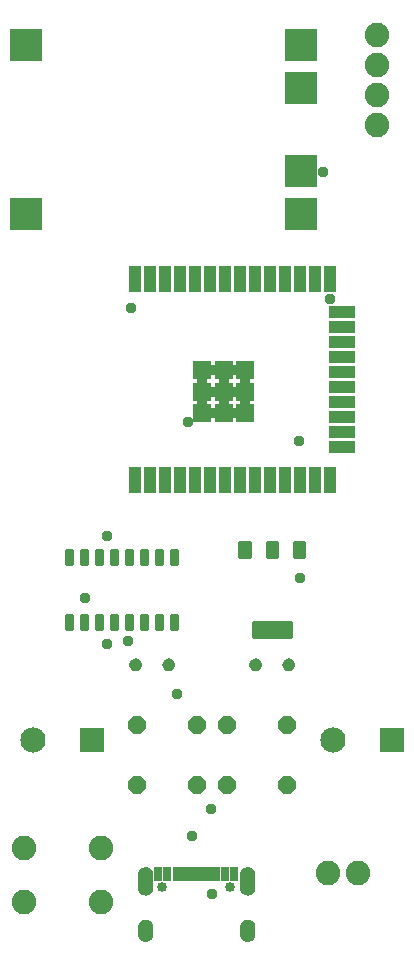
<source format=gts>
G75*
%MOIN*%
%OFA0B0*%
%FSLAX25Y25*%
%IPPOS*%
%LPD*%
%AMOC8*
5,1,8,0,0,1.08239X$1,22.5*
%
%ADD10C,0.08400*%
%ADD11R,0.08400X0.08400*%
%ADD12C,0.00500*%
%ADD13C,0.08200*%
%ADD14R,0.01981X0.04737*%
%ADD15R,0.03162X0.04737*%
%ADD16C,0.03359*%
%ADD17C,0.00039*%
%ADD18OC8,0.06000*%
%ADD19R,0.10800X0.10800*%
%ADD20C,0.01426*%
%ADD21R,0.04343X0.08674*%
%ADD22R,0.08674X0.04343*%
%ADD23R,0.06036X0.06036*%
%ADD24C,0.03587*%
%ADD25C,0.01338*%
%ADD26C,0.01549*%
%ADD27C,0.03778*%
D10*
X0024667Y0077020D03*
X0124667Y0077020D03*
D11*
X0144353Y0077020D03*
X0044353Y0077020D03*
D12*
X0058234Y0100442D02*
X0057905Y0100638D01*
X0057628Y0100902D01*
X0057417Y0101222D01*
X0057282Y0101580D01*
X0057230Y0101960D01*
X0057265Y0102360D01*
X0057388Y0102743D01*
X0057594Y0103089D01*
X0057871Y0103380D01*
X0058206Y0103602D01*
X0058582Y0103745D01*
X0058980Y0103800D01*
X0059373Y0103748D01*
X0059745Y0103611D01*
X0060077Y0103395D01*
X0060352Y0103110D01*
X0060558Y0102771D01*
X0060682Y0102394D01*
X0060720Y0102000D01*
X0060673Y0101616D01*
X0060543Y0101253D01*
X0060334Y0100928D01*
X0060059Y0100657D01*
X0059730Y0100454D01*
X0059364Y0100330D01*
X0058980Y0100290D01*
X0058599Y0100324D01*
X0058234Y0100442D01*
X0057782Y0100755D02*
X0060159Y0100755D01*
X0060543Y0101254D02*
X0057405Y0101254D01*
X0057258Y0101752D02*
X0060690Y0101752D01*
X0060696Y0102251D02*
X0057255Y0102251D01*
X0057392Y0102749D02*
X0060565Y0102749D01*
X0060219Y0103248D02*
X0057745Y0103248D01*
X0058593Y0103746D02*
X0059380Y0103746D01*
X0068285Y0102360D02*
X0068408Y0102743D01*
X0068614Y0103089D01*
X0068891Y0103380D01*
X0069226Y0103602D01*
X0069602Y0103745D01*
X0070000Y0103800D01*
X0070393Y0103748D01*
X0070765Y0103611D01*
X0071097Y0103395D01*
X0071372Y0103110D01*
X0071578Y0102771D01*
X0071702Y0102394D01*
X0071740Y0102000D01*
X0071693Y0101616D01*
X0071563Y0101253D01*
X0071354Y0100928D01*
X0071079Y0100657D01*
X0070750Y0100454D01*
X0070384Y0100330D01*
X0070000Y0100290D01*
X0069619Y0100324D01*
X0069254Y0100442D01*
X0068925Y0100638D01*
X0068648Y0100902D01*
X0068437Y0101222D01*
X0068302Y0101580D01*
X0068250Y0101960D01*
X0068285Y0102360D01*
X0068276Y0102251D02*
X0071716Y0102251D01*
X0071710Y0101752D02*
X0068278Y0101752D01*
X0068425Y0101254D02*
X0071563Y0101254D01*
X0071179Y0100755D02*
X0068802Y0100755D01*
X0068412Y0102749D02*
X0071585Y0102749D01*
X0071239Y0103248D02*
X0068765Y0103248D01*
X0069613Y0103746D02*
X0070400Y0103746D01*
X0097230Y0101960D02*
X0097265Y0102360D01*
X0097388Y0102743D01*
X0097594Y0103089D01*
X0097871Y0103380D01*
X0098206Y0103602D01*
X0098582Y0103745D01*
X0098980Y0103800D01*
X0099373Y0103748D01*
X0099745Y0103611D01*
X0100077Y0103395D01*
X0100352Y0103110D01*
X0100558Y0102771D01*
X0100682Y0102394D01*
X0100720Y0102000D01*
X0100673Y0101616D01*
X0100543Y0101253D01*
X0100334Y0100928D01*
X0100059Y0100657D01*
X0099730Y0100454D01*
X0099364Y0100330D01*
X0098980Y0100290D01*
X0098599Y0100324D01*
X0098234Y0100442D01*
X0097905Y0100638D01*
X0097628Y0100902D01*
X0097417Y0101222D01*
X0097282Y0101580D01*
X0097230Y0101960D01*
X0097258Y0101752D02*
X0100690Y0101752D01*
X0100696Y0102251D02*
X0097255Y0102251D01*
X0097392Y0102749D02*
X0100565Y0102749D01*
X0100219Y0103248D02*
X0097745Y0103248D01*
X0098593Y0103746D02*
X0099380Y0103746D01*
X0100543Y0101254D02*
X0097405Y0101254D01*
X0097782Y0100755D02*
X0100159Y0100755D01*
X0108250Y0101960D02*
X0108285Y0102360D01*
X0108408Y0102743D01*
X0108614Y0103089D01*
X0108891Y0103380D01*
X0109226Y0103602D01*
X0109602Y0103745D01*
X0110000Y0103800D01*
X0110393Y0103748D01*
X0110765Y0103611D01*
X0111097Y0103395D01*
X0111372Y0103110D01*
X0111578Y0102771D01*
X0111702Y0102394D01*
X0111740Y0102000D01*
X0111693Y0101616D01*
X0111563Y0101253D01*
X0111354Y0100928D01*
X0111079Y0100657D01*
X0110750Y0100454D01*
X0110384Y0100330D01*
X0110000Y0100290D01*
X0109619Y0100324D01*
X0109254Y0100442D01*
X0108925Y0100638D01*
X0108648Y0100902D01*
X0108437Y0101222D01*
X0108302Y0101580D01*
X0108250Y0101960D01*
X0108278Y0101752D02*
X0111710Y0101752D01*
X0111716Y0102251D02*
X0108276Y0102251D01*
X0108412Y0102749D02*
X0111585Y0102749D01*
X0111239Y0103248D02*
X0108765Y0103248D01*
X0109613Y0103746D02*
X0110400Y0103746D01*
X0111563Y0101254D02*
X0108425Y0101254D01*
X0108802Y0100755D02*
X0111179Y0100755D01*
D13*
X0021710Y0023120D03*
X0021710Y0040920D03*
X0047310Y0040920D03*
X0047310Y0023120D03*
X0123120Y0032760D03*
X0133120Y0032760D03*
X0139510Y0282020D03*
X0139510Y0292020D03*
X0139510Y0302020D03*
X0139510Y0312020D03*
D14*
X0086100Y0032231D03*
X0084131Y0032231D03*
X0082163Y0032231D03*
X0080194Y0032231D03*
X0078226Y0032231D03*
X0076257Y0032231D03*
X0074289Y0032231D03*
X0072320Y0032231D03*
D15*
X0069564Y0032231D03*
X0066513Y0032231D03*
X0088856Y0032231D03*
X0091907Y0032231D03*
D16*
X0090588Y0027881D03*
X0067832Y0027881D03*
D17*
X0064564Y0027892D02*
X0059840Y0027892D01*
X0059840Y0027854D02*
X0064564Y0027854D01*
X0064564Y0027817D02*
X0059840Y0027817D01*
X0059840Y0027779D02*
X0064564Y0027779D01*
X0064564Y0027741D02*
X0059840Y0027741D01*
X0059840Y0027703D02*
X0064564Y0027703D01*
X0064564Y0027665D02*
X0059840Y0027665D01*
X0059840Y0027627D02*
X0064564Y0027627D01*
X0064564Y0027589D02*
X0059840Y0027589D01*
X0059840Y0027586D02*
X0059921Y0027087D01*
X0060110Y0026619D01*
X0060399Y0026204D01*
X0060773Y0025864D01*
X0061213Y0025616D01*
X0061698Y0025472D01*
X0062202Y0025440D01*
X0062706Y0025472D01*
X0063191Y0025616D01*
X0063631Y0025864D01*
X0064005Y0026204D01*
X0064294Y0026619D01*
X0064484Y0027087D01*
X0064564Y0027586D01*
X0064564Y0032310D01*
X0064503Y0032752D01*
X0064357Y0033173D01*
X0064132Y0033558D01*
X0063836Y0033892D01*
X0063480Y0034161D01*
X0063079Y0034356D01*
X0062647Y0034469D01*
X0062202Y0034495D01*
X0061757Y0034469D01*
X0061325Y0034356D01*
X0060924Y0034161D01*
X0060568Y0033892D01*
X0060272Y0033558D01*
X0060047Y0033173D01*
X0059901Y0032752D01*
X0059840Y0032310D01*
X0059840Y0027586D01*
X0059845Y0027551D02*
X0064559Y0027551D01*
X0064553Y0027513D02*
X0059852Y0027513D01*
X0059858Y0027476D02*
X0064547Y0027476D01*
X0064540Y0027438D02*
X0059864Y0027438D01*
X0059870Y0027400D02*
X0064534Y0027400D01*
X0064528Y0027362D02*
X0059876Y0027362D01*
X0059882Y0027324D02*
X0064522Y0027324D01*
X0064516Y0027286D02*
X0059888Y0027286D01*
X0059894Y0027248D02*
X0064510Y0027248D01*
X0064504Y0027210D02*
X0059901Y0027210D01*
X0059907Y0027173D02*
X0064498Y0027173D01*
X0064491Y0027135D02*
X0059913Y0027135D01*
X0059919Y0027097D02*
X0064485Y0027097D01*
X0064472Y0027059D02*
X0059932Y0027059D01*
X0059947Y0027021D02*
X0064457Y0027021D01*
X0064442Y0026983D02*
X0059963Y0026983D01*
X0059978Y0026945D02*
X0064426Y0026945D01*
X0064411Y0026907D02*
X0059993Y0026907D01*
X0060009Y0026869D02*
X0064396Y0026869D01*
X0064380Y0026832D02*
X0060024Y0026832D01*
X0060039Y0026794D02*
X0064365Y0026794D01*
X0064350Y0026756D02*
X0060055Y0026756D01*
X0060070Y0026718D02*
X0064334Y0026718D01*
X0064319Y0026680D02*
X0060085Y0026680D01*
X0060101Y0026642D02*
X0064304Y0026642D01*
X0064284Y0026604D02*
X0060120Y0026604D01*
X0060146Y0026566D02*
X0064258Y0026566D01*
X0064231Y0026529D02*
X0060173Y0026529D01*
X0060199Y0026491D02*
X0064205Y0026491D01*
X0064179Y0026453D02*
X0060226Y0026453D01*
X0060252Y0026415D02*
X0064152Y0026415D01*
X0064126Y0026377D02*
X0060279Y0026377D01*
X0060305Y0026339D02*
X0064099Y0026339D01*
X0064073Y0026301D02*
X0060331Y0026301D01*
X0060358Y0026263D02*
X0064046Y0026263D01*
X0064020Y0026226D02*
X0060384Y0026226D01*
X0060417Y0026188D02*
X0063987Y0026188D01*
X0063945Y0026150D02*
X0060459Y0026150D01*
X0060501Y0026112D02*
X0063904Y0026112D01*
X0063862Y0026074D02*
X0060542Y0026074D01*
X0060584Y0026036D02*
X0063820Y0026036D01*
X0063778Y0025998D02*
X0060626Y0025998D01*
X0060667Y0025960D02*
X0063737Y0025960D01*
X0063695Y0025922D02*
X0060709Y0025922D01*
X0060751Y0025885D02*
X0063653Y0025885D01*
X0063600Y0025847D02*
X0060804Y0025847D01*
X0060872Y0025809D02*
X0063533Y0025809D01*
X0063465Y0025771D02*
X0060939Y0025771D01*
X0061006Y0025733D02*
X0063398Y0025733D01*
X0063331Y0025695D02*
X0061073Y0025695D01*
X0061141Y0025657D02*
X0063264Y0025657D01*
X0063196Y0025619D02*
X0061208Y0025619D01*
X0061331Y0025582D02*
X0063074Y0025582D01*
X0062946Y0025544D02*
X0061458Y0025544D01*
X0061586Y0025506D02*
X0062818Y0025506D01*
X0062635Y0025468D02*
X0061769Y0025468D01*
X0059840Y0027930D02*
X0064564Y0027930D01*
X0064564Y0027968D02*
X0059840Y0027968D01*
X0059840Y0028006D02*
X0064564Y0028006D01*
X0064564Y0028044D02*
X0059840Y0028044D01*
X0059840Y0028082D02*
X0064564Y0028082D01*
X0064564Y0028120D02*
X0059840Y0028120D01*
X0059840Y0028157D02*
X0064564Y0028157D01*
X0064564Y0028195D02*
X0059840Y0028195D01*
X0059840Y0028233D02*
X0064564Y0028233D01*
X0064564Y0028271D02*
X0059840Y0028271D01*
X0059840Y0028309D02*
X0064564Y0028309D01*
X0064564Y0028347D02*
X0059840Y0028347D01*
X0059840Y0028385D02*
X0064564Y0028385D01*
X0064564Y0028423D02*
X0059840Y0028423D01*
X0059840Y0028461D02*
X0064564Y0028461D01*
X0064564Y0028498D02*
X0059840Y0028498D01*
X0059840Y0028536D02*
X0064564Y0028536D01*
X0064564Y0028574D02*
X0059840Y0028574D01*
X0059840Y0028612D02*
X0064564Y0028612D01*
X0064564Y0028650D02*
X0059840Y0028650D01*
X0059840Y0028688D02*
X0064564Y0028688D01*
X0064564Y0028726D02*
X0059840Y0028726D01*
X0059840Y0028764D02*
X0064564Y0028764D01*
X0064564Y0028801D02*
X0059840Y0028801D01*
X0059840Y0028839D02*
X0064564Y0028839D01*
X0064564Y0028877D02*
X0059840Y0028877D01*
X0059840Y0028915D02*
X0064564Y0028915D01*
X0064564Y0028953D02*
X0059840Y0028953D01*
X0059840Y0028991D02*
X0064564Y0028991D01*
X0064564Y0029029D02*
X0059840Y0029029D01*
X0059840Y0029067D02*
X0064564Y0029067D01*
X0064564Y0029104D02*
X0059840Y0029104D01*
X0059840Y0029142D02*
X0064564Y0029142D01*
X0064564Y0029180D02*
X0059840Y0029180D01*
X0059840Y0029218D02*
X0064564Y0029218D01*
X0064564Y0029256D02*
X0059840Y0029256D01*
X0059840Y0029294D02*
X0064564Y0029294D01*
X0064564Y0029332D02*
X0059840Y0029332D01*
X0059840Y0029370D02*
X0064564Y0029370D01*
X0064564Y0029408D02*
X0059840Y0029408D01*
X0059840Y0029445D02*
X0064564Y0029445D01*
X0064564Y0029483D02*
X0059840Y0029483D01*
X0059840Y0029521D02*
X0064564Y0029521D01*
X0064564Y0029559D02*
X0059840Y0029559D01*
X0059840Y0029597D02*
X0064564Y0029597D01*
X0064564Y0029635D02*
X0059840Y0029635D01*
X0059840Y0029673D02*
X0064564Y0029673D01*
X0064564Y0029711D02*
X0059840Y0029711D01*
X0059840Y0029748D02*
X0064564Y0029748D01*
X0064564Y0029786D02*
X0059840Y0029786D01*
X0059840Y0029824D02*
X0064564Y0029824D01*
X0064564Y0029862D02*
X0059840Y0029862D01*
X0059840Y0029900D02*
X0064564Y0029900D01*
X0064564Y0029938D02*
X0059840Y0029938D01*
X0059840Y0029976D02*
X0064564Y0029976D01*
X0064564Y0030014D02*
X0059840Y0030014D01*
X0059840Y0030052D02*
X0064564Y0030052D01*
X0064564Y0030089D02*
X0059840Y0030089D01*
X0059840Y0030127D02*
X0064564Y0030127D01*
X0064564Y0030165D02*
X0059840Y0030165D01*
X0059840Y0030203D02*
X0064564Y0030203D01*
X0064564Y0030241D02*
X0059840Y0030241D01*
X0059840Y0030279D02*
X0064564Y0030279D01*
X0064564Y0030317D02*
X0059840Y0030317D01*
X0059840Y0030355D02*
X0064564Y0030355D01*
X0064564Y0030392D02*
X0059840Y0030392D01*
X0059840Y0030430D02*
X0064564Y0030430D01*
X0064564Y0030468D02*
X0059840Y0030468D01*
X0059840Y0030506D02*
X0064564Y0030506D01*
X0064564Y0030544D02*
X0059840Y0030544D01*
X0059840Y0030582D02*
X0064564Y0030582D01*
X0064564Y0030620D02*
X0059840Y0030620D01*
X0059840Y0030658D02*
X0064564Y0030658D01*
X0064564Y0030696D02*
X0059840Y0030696D01*
X0059840Y0030733D02*
X0064564Y0030733D01*
X0064564Y0030771D02*
X0059840Y0030771D01*
X0059840Y0030809D02*
X0064564Y0030809D01*
X0064564Y0030847D02*
X0059840Y0030847D01*
X0059840Y0030885D02*
X0064564Y0030885D01*
X0064564Y0030923D02*
X0059840Y0030923D01*
X0059840Y0030961D02*
X0064564Y0030961D01*
X0064564Y0030999D02*
X0059840Y0030999D01*
X0059840Y0031036D02*
X0064564Y0031036D01*
X0064564Y0031074D02*
X0059840Y0031074D01*
X0059840Y0031112D02*
X0064564Y0031112D01*
X0064564Y0031150D02*
X0059840Y0031150D01*
X0059840Y0031188D02*
X0064564Y0031188D01*
X0064564Y0031226D02*
X0059840Y0031226D01*
X0059840Y0031264D02*
X0064564Y0031264D01*
X0064564Y0031302D02*
X0059840Y0031302D01*
X0059840Y0031339D02*
X0064564Y0031339D01*
X0064564Y0031377D02*
X0059840Y0031377D01*
X0059840Y0031415D02*
X0064564Y0031415D01*
X0064564Y0031453D02*
X0059840Y0031453D01*
X0059840Y0031491D02*
X0064564Y0031491D01*
X0064564Y0031529D02*
X0059840Y0031529D01*
X0059840Y0031567D02*
X0064564Y0031567D01*
X0064564Y0031605D02*
X0059840Y0031605D01*
X0059840Y0031643D02*
X0064564Y0031643D01*
X0064564Y0031680D02*
X0059840Y0031680D01*
X0059840Y0031718D02*
X0064564Y0031718D01*
X0064564Y0031756D02*
X0059840Y0031756D01*
X0059840Y0031794D02*
X0064564Y0031794D01*
X0064564Y0031832D02*
X0059840Y0031832D01*
X0059840Y0031870D02*
X0064564Y0031870D01*
X0064564Y0031908D02*
X0059840Y0031908D01*
X0059840Y0031946D02*
X0064564Y0031946D01*
X0064564Y0031983D02*
X0059840Y0031983D01*
X0059840Y0032021D02*
X0064564Y0032021D01*
X0064564Y0032059D02*
X0059840Y0032059D01*
X0059840Y0032097D02*
X0064564Y0032097D01*
X0064564Y0032135D02*
X0059840Y0032135D01*
X0059840Y0032173D02*
X0064564Y0032173D01*
X0064564Y0032211D02*
X0059840Y0032211D01*
X0059840Y0032249D02*
X0064564Y0032249D01*
X0064564Y0032287D02*
X0059840Y0032287D01*
X0059842Y0032324D02*
X0064562Y0032324D01*
X0064557Y0032362D02*
X0059847Y0032362D01*
X0059852Y0032400D02*
X0064552Y0032400D01*
X0064547Y0032438D02*
X0059858Y0032438D01*
X0059863Y0032476D02*
X0064541Y0032476D01*
X0064536Y0032514D02*
X0059868Y0032514D01*
X0059873Y0032552D02*
X0064531Y0032552D01*
X0064526Y0032590D02*
X0059878Y0032590D01*
X0059884Y0032627D02*
X0064521Y0032627D01*
X0064515Y0032665D02*
X0059889Y0032665D01*
X0059894Y0032703D02*
X0064510Y0032703D01*
X0064505Y0032741D02*
X0059899Y0032741D01*
X0059910Y0032779D02*
X0064494Y0032779D01*
X0064481Y0032817D02*
X0059923Y0032817D01*
X0059936Y0032855D02*
X0064468Y0032855D01*
X0064455Y0032893D02*
X0059950Y0032893D01*
X0059963Y0032931D02*
X0064442Y0032931D01*
X0064428Y0032968D02*
X0059976Y0032968D01*
X0059989Y0033006D02*
X0064415Y0033006D01*
X0064402Y0033044D02*
X0060002Y0033044D01*
X0060015Y0033082D02*
X0064389Y0033082D01*
X0064376Y0033120D02*
X0060028Y0033120D01*
X0060041Y0033158D02*
X0064363Y0033158D01*
X0064344Y0033196D02*
X0060060Y0033196D01*
X0060082Y0033234D02*
X0064322Y0033234D01*
X0064300Y0033271D02*
X0060104Y0033271D01*
X0060126Y0033309D02*
X0064278Y0033309D01*
X0064256Y0033347D02*
X0060149Y0033347D01*
X0060171Y0033385D02*
X0064233Y0033385D01*
X0064211Y0033423D02*
X0060193Y0033423D01*
X0060215Y0033461D02*
X0064189Y0033461D01*
X0064167Y0033499D02*
X0060237Y0033499D01*
X0060260Y0033537D02*
X0064145Y0033537D01*
X0064118Y0033574D02*
X0060287Y0033574D01*
X0060320Y0033612D02*
X0064084Y0033612D01*
X0064050Y0033650D02*
X0060354Y0033650D01*
X0060388Y0033688D02*
X0064017Y0033688D01*
X0063983Y0033726D02*
X0060421Y0033726D01*
X0060455Y0033764D02*
X0063949Y0033764D01*
X0063916Y0033802D02*
X0060488Y0033802D01*
X0060522Y0033840D02*
X0063882Y0033840D01*
X0063848Y0033878D02*
X0060556Y0033878D01*
X0060600Y0033915D02*
X0063805Y0033915D01*
X0063755Y0033953D02*
X0060650Y0033953D01*
X0060700Y0033991D02*
X0063705Y0033991D01*
X0063655Y0034029D02*
X0060750Y0034029D01*
X0060800Y0034067D02*
X0063605Y0034067D01*
X0063555Y0034105D02*
X0060850Y0034105D01*
X0060900Y0034143D02*
X0063505Y0034143D01*
X0063440Y0034181D02*
X0060964Y0034181D01*
X0061042Y0034218D02*
X0063362Y0034218D01*
X0063284Y0034256D02*
X0061120Y0034256D01*
X0061198Y0034294D02*
X0063206Y0034294D01*
X0063128Y0034332D02*
X0061276Y0034332D01*
X0061379Y0034370D02*
X0063025Y0034370D01*
X0062880Y0034408D02*
X0061524Y0034408D01*
X0061669Y0034446D02*
X0062735Y0034446D01*
X0062397Y0034484D02*
X0062008Y0034484D01*
X0062202Y0017054D02*
X0061675Y0016993D01*
X0061174Y0016815D01*
X0060725Y0016531D01*
X0060351Y0016153D01*
X0060071Y0015703D01*
X0059897Y0015200D01*
X0059840Y0014672D01*
X0064564Y0014672D01*
X0064564Y0012310D01*
X0064517Y0011851D01*
X0064381Y0011411D01*
X0064162Y0011005D01*
X0063868Y0010650D01*
X0063511Y0010359D01*
X0063103Y0010143D01*
X0062661Y0010011D01*
X0062202Y0009968D01*
X0061678Y0010024D01*
X0061180Y0010196D01*
X0060733Y0010475D01*
X0060359Y0010846D01*
X0064031Y0010846D01*
X0064062Y0010884D02*
X0060335Y0010884D01*
X0060311Y0010921D02*
X0064093Y0010921D01*
X0064125Y0010959D02*
X0060287Y0010959D01*
X0060263Y0010997D02*
X0064156Y0010997D01*
X0064179Y0011035D02*
X0060239Y0011035D01*
X0060215Y0011073D02*
X0064199Y0011073D01*
X0064220Y0011111D02*
X0060191Y0011111D01*
X0060167Y0011149D02*
X0064240Y0011149D01*
X0064261Y0011187D02*
X0060143Y0011187D01*
X0060119Y0011224D02*
X0064281Y0011224D01*
X0064301Y0011262D02*
X0060095Y0011262D01*
X0060077Y0011290D02*
X0059901Y0011787D01*
X0059840Y0012310D01*
X0059840Y0014672D01*
X0059844Y0014710D02*
X0064561Y0014710D01*
X0064557Y0014747D02*
X0059848Y0014747D01*
X0059852Y0014785D02*
X0064554Y0014785D01*
X0064550Y0014823D02*
X0059856Y0014823D01*
X0059860Y0014861D02*
X0064547Y0014861D01*
X0064543Y0014899D02*
X0059864Y0014899D01*
X0059869Y0014937D02*
X0064539Y0014937D01*
X0064536Y0014975D02*
X0059873Y0014975D01*
X0059877Y0015013D02*
X0064532Y0015013D01*
X0064529Y0015050D02*
X0059881Y0015050D01*
X0059885Y0015088D02*
X0064525Y0015088D01*
X0064522Y0015126D02*
X0059889Y0015126D01*
X0059893Y0015164D02*
X0064512Y0015164D01*
X0064521Y0015135D02*
X0064564Y0014672D01*
X0064564Y0014634D02*
X0059840Y0014634D01*
X0059840Y0014596D02*
X0064564Y0014596D01*
X0064564Y0014558D02*
X0059840Y0014558D01*
X0059840Y0014520D02*
X0064564Y0014520D01*
X0064564Y0014482D02*
X0059840Y0014482D01*
X0059840Y0014444D02*
X0064564Y0014444D01*
X0064564Y0014407D02*
X0059840Y0014407D01*
X0059840Y0014369D02*
X0064564Y0014369D01*
X0064564Y0014331D02*
X0059840Y0014331D01*
X0059840Y0014293D02*
X0064564Y0014293D01*
X0064564Y0014255D02*
X0059840Y0014255D01*
X0059840Y0014217D02*
X0064564Y0014217D01*
X0064564Y0014179D02*
X0059840Y0014179D01*
X0059840Y0014141D02*
X0064564Y0014141D01*
X0064564Y0014103D02*
X0059840Y0014103D01*
X0059840Y0014066D02*
X0064564Y0014066D01*
X0064564Y0014028D02*
X0059840Y0014028D01*
X0059840Y0013990D02*
X0064564Y0013990D01*
X0064564Y0013952D02*
X0059840Y0013952D01*
X0059840Y0013914D02*
X0064564Y0013914D01*
X0064564Y0013876D02*
X0059840Y0013876D01*
X0059840Y0013838D02*
X0064564Y0013838D01*
X0064564Y0013800D02*
X0059840Y0013800D01*
X0059840Y0013763D02*
X0064564Y0013763D01*
X0064564Y0013725D02*
X0059840Y0013725D01*
X0059840Y0013687D02*
X0064564Y0013687D01*
X0064564Y0013649D02*
X0059840Y0013649D01*
X0059840Y0013611D02*
X0064564Y0013611D01*
X0064564Y0013573D02*
X0059840Y0013573D01*
X0059840Y0013535D02*
X0064564Y0013535D01*
X0064564Y0013497D02*
X0059840Y0013497D01*
X0059840Y0013459D02*
X0064564Y0013459D01*
X0064564Y0013422D02*
X0059840Y0013422D01*
X0059840Y0013384D02*
X0064564Y0013384D01*
X0064564Y0013346D02*
X0059840Y0013346D01*
X0059840Y0013308D02*
X0064564Y0013308D01*
X0064564Y0013270D02*
X0059840Y0013270D01*
X0059840Y0013232D02*
X0064564Y0013232D01*
X0064564Y0013194D02*
X0059840Y0013194D01*
X0059840Y0013156D02*
X0064564Y0013156D01*
X0064564Y0013119D02*
X0059840Y0013119D01*
X0059840Y0013081D02*
X0064564Y0013081D01*
X0064564Y0013043D02*
X0059840Y0013043D01*
X0059840Y0013005D02*
X0064564Y0013005D01*
X0064564Y0012967D02*
X0059840Y0012967D01*
X0059840Y0012929D02*
X0064564Y0012929D01*
X0064564Y0012891D02*
X0059840Y0012891D01*
X0059840Y0012853D02*
X0064564Y0012853D01*
X0064564Y0012815D02*
X0059840Y0012815D01*
X0059840Y0012778D02*
X0064564Y0012778D01*
X0064564Y0012740D02*
X0059840Y0012740D01*
X0059840Y0012702D02*
X0064564Y0012702D01*
X0064564Y0012664D02*
X0059840Y0012664D01*
X0059840Y0012626D02*
X0064564Y0012626D01*
X0064564Y0012588D02*
X0059840Y0012588D01*
X0059840Y0012550D02*
X0064564Y0012550D01*
X0064564Y0012512D02*
X0059840Y0012512D01*
X0059840Y0012475D02*
X0064564Y0012475D01*
X0064564Y0012437D02*
X0059840Y0012437D01*
X0059840Y0012399D02*
X0064564Y0012399D01*
X0064564Y0012361D02*
X0059840Y0012361D01*
X0059840Y0012323D02*
X0064564Y0012323D01*
X0064562Y0012285D02*
X0059843Y0012285D01*
X0059847Y0012247D02*
X0064558Y0012247D01*
X0064554Y0012209D02*
X0059852Y0012209D01*
X0059856Y0012172D02*
X0064550Y0012172D01*
X0064546Y0012134D02*
X0059861Y0012134D01*
X0059865Y0012096D02*
X0064542Y0012096D01*
X0064538Y0012058D02*
X0059869Y0012058D01*
X0059874Y0012020D02*
X0064535Y0012020D01*
X0064531Y0011982D02*
X0059878Y0011982D01*
X0059883Y0011944D02*
X0064527Y0011944D01*
X0064523Y0011906D02*
X0059887Y0011906D01*
X0059892Y0011868D02*
X0064519Y0011868D01*
X0064511Y0011831D02*
X0059896Y0011831D01*
X0059900Y0011793D02*
X0064499Y0011793D01*
X0064487Y0011755D02*
X0059912Y0011755D01*
X0059926Y0011717D02*
X0064476Y0011717D01*
X0064464Y0011679D02*
X0059939Y0011679D01*
X0059953Y0011641D02*
X0064452Y0011641D01*
X0064441Y0011603D02*
X0059966Y0011603D01*
X0059980Y0011565D02*
X0064429Y0011565D01*
X0064417Y0011528D02*
X0059993Y0011528D01*
X0060007Y0011490D02*
X0064406Y0011490D01*
X0064394Y0011452D02*
X0060020Y0011452D01*
X0060033Y0011414D02*
X0064382Y0011414D01*
X0064363Y0011376D02*
X0060047Y0011376D01*
X0060060Y0011338D02*
X0064342Y0011338D01*
X0064322Y0011300D02*
X0060074Y0011300D01*
X0060077Y0011290D02*
X0060359Y0010846D01*
X0060397Y0010808D02*
X0063999Y0010808D01*
X0063968Y0010770D02*
X0060436Y0010770D01*
X0060474Y0010732D02*
X0063937Y0010732D01*
X0063905Y0010694D02*
X0060512Y0010694D01*
X0060550Y0010656D02*
X0063874Y0010656D01*
X0063830Y0010618D02*
X0060588Y0010618D01*
X0060627Y0010580D02*
X0063783Y0010580D01*
X0063737Y0010543D02*
X0060665Y0010543D01*
X0060703Y0010505D02*
X0063690Y0010505D01*
X0063644Y0010467D02*
X0060746Y0010467D01*
X0060807Y0010429D02*
X0063597Y0010429D01*
X0063551Y0010391D02*
X0060868Y0010391D01*
X0060928Y0010353D02*
X0063500Y0010353D01*
X0063429Y0010315D02*
X0060989Y0010315D01*
X0061050Y0010277D02*
X0063357Y0010277D01*
X0063286Y0010240D02*
X0061111Y0010240D01*
X0061172Y0010202D02*
X0063214Y0010202D01*
X0063143Y0010164D02*
X0061275Y0010164D01*
X0061384Y0010126D02*
X0063046Y0010126D01*
X0062919Y0010088D02*
X0061494Y0010088D01*
X0061604Y0010050D02*
X0062793Y0010050D01*
X0062666Y0010012D02*
X0061790Y0010012D01*
X0062140Y0009974D02*
X0062274Y0009974D01*
X0064521Y0015135D02*
X0064388Y0015581D01*
X0060029Y0015581D01*
X0060042Y0015619D02*
X0064367Y0015619D01*
X0064347Y0015657D02*
X0060055Y0015657D01*
X0060068Y0015694D02*
X0064327Y0015694D01*
X0064307Y0015732D02*
X0060089Y0015732D01*
X0060113Y0015770D02*
X0064287Y0015770D01*
X0064267Y0015808D02*
X0060136Y0015808D01*
X0060160Y0015846D02*
X0064247Y0015846D01*
X0064227Y0015884D02*
X0060183Y0015884D01*
X0060207Y0015922D02*
X0064207Y0015922D01*
X0064187Y0015960D02*
X0060231Y0015960D01*
X0060254Y0015998D02*
X0064165Y0015998D01*
X0064170Y0015992D02*
X0064388Y0015581D01*
X0064399Y0015543D02*
X0060015Y0015543D01*
X0060002Y0015505D02*
X0064410Y0015505D01*
X0064421Y0015467D02*
X0059989Y0015467D01*
X0059976Y0015429D02*
X0064433Y0015429D01*
X0064444Y0015391D02*
X0059963Y0015391D01*
X0059950Y0015354D02*
X0064455Y0015354D01*
X0064467Y0015316D02*
X0059937Y0015316D01*
X0059924Y0015278D02*
X0064478Y0015278D01*
X0064489Y0015240D02*
X0059911Y0015240D01*
X0059898Y0015202D02*
X0064501Y0015202D01*
X0064170Y0015992D02*
X0063877Y0016353D01*
X0063518Y0016649D01*
X0063109Y0016870D01*
X0062665Y0017007D01*
X0062202Y0017054D01*
X0061912Y0017020D02*
X0062532Y0017020D01*
X0062744Y0016982D02*
X0061646Y0016982D01*
X0061539Y0016945D02*
X0062867Y0016945D01*
X0062990Y0016907D02*
X0061432Y0016907D01*
X0061325Y0016869D02*
X0063111Y0016869D01*
X0063181Y0016831D02*
X0061219Y0016831D01*
X0061139Y0016793D02*
X0063251Y0016793D01*
X0063322Y0016755D02*
X0061079Y0016755D01*
X0061020Y0016717D02*
X0063392Y0016717D01*
X0063462Y0016679D02*
X0060960Y0016679D01*
X0060900Y0016642D02*
X0063527Y0016642D01*
X0063573Y0016604D02*
X0060840Y0016604D01*
X0060781Y0016566D02*
X0063619Y0016566D01*
X0063665Y0016528D02*
X0060723Y0016528D01*
X0060685Y0016490D02*
X0063710Y0016490D01*
X0063756Y0016452D02*
X0060647Y0016452D01*
X0060610Y0016414D02*
X0063802Y0016414D01*
X0063848Y0016376D02*
X0060572Y0016376D01*
X0060535Y0016338D02*
X0063888Y0016338D01*
X0063919Y0016301D02*
X0060497Y0016301D01*
X0060460Y0016263D02*
X0063950Y0016263D01*
X0063980Y0016225D02*
X0060422Y0016225D01*
X0060384Y0016187D02*
X0064011Y0016187D01*
X0064042Y0016149D02*
X0060349Y0016149D01*
X0060325Y0016111D02*
X0064073Y0016111D01*
X0064104Y0016073D02*
X0060301Y0016073D01*
X0060278Y0016035D02*
X0064135Y0016035D01*
X0093856Y0014672D02*
X0093856Y0012310D01*
X0093917Y0011787D01*
X0094093Y0011290D01*
X0094375Y0010846D01*
X0098046Y0010846D01*
X0098078Y0010884D02*
X0094351Y0010884D01*
X0094327Y0010921D02*
X0098109Y0010921D01*
X0098140Y0010959D02*
X0094303Y0010959D01*
X0094279Y0010997D02*
X0098172Y0010997D01*
X0098178Y0011005D02*
X0097884Y0010650D01*
X0097526Y0010359D01*
X0097119Y0010143D01*
X0096677Y0010011D01*
X0096218Y0009968D01*
X0095694Y0010024D01*
X0095196Y0010196D01*
X0094749Y0010475D01*
X0094375Y0010846D01*
X0094413Y0010808D02*
X0098015Y0010808D01*
X0097984Y0010770D02*
X0094451Y0010770D01*
X0094490Y0010732D02*
X0097952Y0010732D01*
X0097921Y0010694D02*
X0094528Y0010694D01*
X0094566Y0010656D02*
X0097890Y0010656D01*
X0097846Y0010618D02*
X0094604Y0010618D01*
X0094642Y0010580D02*
X0097799Y0010580D01*
X0097753Y0010543D02*
X0094681Y0010543D01*
X0094719Y0010505D02*
X0097706Y0010505D01*
X0097659Y0010467D02*
X0094762Y0010467D01*
X0094823Y0010429D02*
X0097613Y0010429D01*
X0097566Y0010391D02*
X0094883Y0010391D01*
X0094944Y0010353D02*
X0097516Y0010353D01*
X0097445Y0010315D02*
X0095005Y0010315D01*
X0095066Y0010277D02*
X0097373Y0010277D01*
X0097301Y0010240D02*
X0095127Y0010240D01*
X0095188Y0010202D02*
X0097230Y0010202D01*
X0097158Y0010164D02*
X0095290Y0010164D01*
X0095400Y0010126D02*
X0097062Y0010126D01*
X0096935Y0010088D02*
X0095510Y0010088D01*
X0095620Y0010050D02*
X0096808Y0010050D01*
X0096682Y0010012D02*
X0095806Y0010012D01*
X0096155Y0009974D02*
X0096290Y0009974D01*
X0098178Y0011005D02*
X0098397Y0011411D01*
X0098533Y0011851D01*
X0098580Y0012310D01*
X0098580Y0014672D01*
X0093856Y0014672D01*
X0093913Y0015200D01*
X0094086Y0015703D01*
X0094367Y0016153D01*
X0094741Y0016531D01*
X0095190Y0016815D01*
X0095690Y0016993D01*
X0096218Y0017054D01*
X0096680Y0017007D01*
X0097125Y0016870D01*
X0097534Y0016649D01*
X0097892Y0016353D01*
X0098186Y0015992D01*
X0098403Y0015581D01*
X0094044Y0015581D01*
X0094057Y0015619D02*
X0098383Y0015619D01*
X0098363Y0015657D02*
X0094070Y0015657D01*
X0094084Y0015694D02*
X0098343Y0015694D01*
X0098323Y0015732D02*
X0094105Y0015732D01*
X0094128Y0015770D02*
X0098303Y0015770D01*
X0098283Y0015808D02*
X0094152Y0015808D01*
X0094176Y0015846D02*
X0098263Y0015846D01*
X0098243Y0015884D02*
X0094199Y0015884D01*
X0094223Y0015922D02*
X0098223Y0015922D01*
X0098203Y0015960D02*
X0094246Y0015960D01*
X0094270Y0015998D02*
X0098181Y0015998D01*
X0098150Y0016035D02*
X0094294Y0016035D01*
X0094317Y0016073D02*
X0098119Y0016073D01*
X0098089Y0016111D02*
X0094341Y0016111D01*
X0094364Y0016149D02*
X0098058Y0016149D01*
X0098027Y0016187D02*
X0094400Y0016187D01*
X0094438Y0016225D02*
X0097996Y0016225D01*
X0097965Y0016263D02*
X0094475Y0016263D01*
X0094513Y0016301D02*
X0097935Y0016301D01*
X0097904Y0016338D02*
X0094551Y0016338D01*
X0094588Y0016376D02*
X0097863Y0016376D01*
X0097818Y0016414D02*
X0094626Y0016414D01*
X0094663Y0016452D02*
X0097772Y0016452D01*
X0097726Y0016490D02*
X0094701Y0016490D01*
X0094738Y0016528D02*
X0097680Y0016528D01*
X0097635Y0016566D02*
X0094797Y0016566D01*
X0094856Y0016604D02*
X0097589Y0016604D01*
X0097543Y0016642D02*
X0094916Y0016642D01*
X0094976Y0016679D02*
X0097478Y0016679D01*
X0097408Y0016717D02*
X0095035Y0016717D01*
X0095095Y0016755D02*
X0097337Y0016755D01*
X0097267Y0016793D02*
X0095155Y0016793D01*
X0095234Y0016831D02*
X0097197Y0016831D01*
X0097127Y0016869D02*
X0095341Y0016869D01*
X0095448Y0016907D02*
X0097005Y0016907D01*
X0096882Y0016945D02*
X0095555Y0016945D01*
X0095662Y0016982D02*
X0096759Y0016982D01*
X0096548Y0017020D02*
X0095928Y0017020D01*
X0094031Y0015543D02*
X0098415Y0015543D01*
X0098426Y0015505D02*
X0094018Y0015505D01*
X0094005Y0015467D02*
X0098437Y0015467D01*
X0098449Y0015429D02*
X0093992Y0015429D01*
X0093979Y0015391D02*
X0098460Y0015391D01*
X0098471Y0015354D02*
X0093966Y0015354D01*
X0093953Y0015316D02*
X0098483Y0015316D01*
X0098494Y0015278D02*
X0093940Y0015278D01*
X0093927Y0015240D02*
X0098505Y0015240D01*
X0098516Y0015202D02*
X0093913Y0015202D01*
X0093909Y0015164D02*
X0098528Y0015164D01*
X0098536Y0015135D02*
X0098580Y0014672D01*
X0098577Y0014710D02*
X0093860Y0014710D01*
X0093864Y0014747D02*
X0098573Y0014747D01*
X0098569Y0014785D02*
X0093868Y0014785D01*
X0093872Y0014823D02*
X0098566Y0014823D01*
X0098562Y0014861D02*
X0093876Y0014861D01*
X0093880Y0014899D02*
X0098559Y0014899D01*
X0098555Y0014937D02*
X0093884Y0014937D01*
X0093888Y0014975D02*
X0098552Y0014975D01*
X0098548Y0015013D02*
X0093893Y0015013D01*
X0093897Y0015050D02*
X0098544Y0015050D01*
X0098541Y0015088D02*
X0093901Y0015088D01*
X0093905Y0015126D02*
X0098537Y0015126D01*
X0098536Y0015135D02*
X0098403Y0015581D01*
X0098580Y0014634D02*
X0093856Y0014634D01*
X0093856Y0014596D02*
X0098580Y0014596D01*
X0098580Y0014558D02*
X0093856Y0014558D01*
X0093856Y0014520D02*
X0098580Y0014520D01*
X0098580Y0014482D02*
X0093856Y0014482D01*
X0093856Y0014444D02*
X0098580Y0014444D01*
X0098580Y0014407D02*
X0093856Y0014407D01*
X0093856Y0014369D02*
X0098580Y0014369D01*
X0098580Y0014331D02*
X0093856Y0014331D01*
X0093856Y0014293D02*
X0098580Y0014293D01*
X0098580Y0014255D02*
X0093856Y0014255D01*
X0093856Y0014217D02*
X0098580Y0014217D01*
X0098580Y0014179D02*
X0093856Y0014179D01*
X0093856Y0014141D02*
X0098580Y0014141D01*
X0098580Y0014103D02*
X0093856Y0014103D01*
X0093856Y0014066D02*
X0098580Y0014066D01*
X0098580Y0014028D02*
X0093856Y0014028D01*
X0093856Y0013990D02*
X0098580Y0013990D01*
X0098580Y0013952D02*
X0093856Y0013952D01*
X0093856Y0013914D02*
X0098580Y0013914D01*
X0098580Y0013876D02*
X0093856Y0013876D01*
X0093856Y0013838D02*
X0098580Y0013838D01*
X0098580Y0013800D02*
X0093856Y0013800D01*
X0093856Y0013763D02*
X0098580Y0013763D01*
X0098580Y0013725D02*
X0093856Y0013725D01*
X0093856Y0013687D02*
X0098580Y0013687D01*
X0098580Y0013649D02*
X0093856Y0013649D01*
X0093856Y0013611D02*
X0098580Y0013611D01*
X0098580Y0013573D02*
X0093856Y0013573D01*
X0093856Y0013535D02*
X0098580Y0013535D01*
X0098580Y0013497D02*
X0093856Y0013497D01*
X0093856Y0013459D02*
X0098580Y0013459D01*
X0098580Y0013422D02*
X0093856Y0013422D01*
X0093856Y0013384D02*
X0098580Y0013384D01*
X0098580Y0013346D02*
X0093856Y0013346D01*
X0093856Y0013308D02*
X0098580Y0013308D01*
X0098580Y0013270D02*
X0093856Y0013270D01*
X0093856Y0013232D02*
X0098580Y0013232D01*
X0098580Y0013194D02*
X0093856Y0013194D01*
X0093856Y0013156D02*
X0098580Y0013156D01*
X0098580Y0013119D02*
X0093856Y0013119D01*
X0093856Y0013081D02*
X0098580Y0013081D01*
X0098580Y0013043D02*
X0093856Y0013043D01*
X0093856Y0013005D02*
X0098580Y0013005D01*
X0098580Y0012967D02*
X0093856Y0012967D01*
X0093856Y0012929D02*
X0098580Y0012929D01*
X0098580Y0012891D02*
X0093856Y0012891D01*
X0093856Y0012853D02*
X0098580Y0012853D01*
X0098580Y0012815D02*
X0093856Y0012815D01*
X0093856Y0012778D02*
X0098580Y0012778D01*
X0098580Y0012740D02*
X0093856Y0012740D01*
X0093856Y0012702D02*
X0098580Y0012702D01*
X0098580Y0012664D02*
X0093856Y0012664D01*
X0093856Y0012626D02*
X0098580Y0012626D01*
X0098580Y0012588D02*
X0093856Y0012588D01*
X0093856Y0012550D02*
X0098580Y0012550D01*
X0098580Y0012512D02*
X0093856Y0012512D01*
X0093856Y0012475D02*
X0098580Y0012475D01*
X0098580Y0012437D02*
X0093856Y0012437D01*
X0093856Y0012399D02*
X0098580Y0012399D01*
X0098580Y0012361D02*
X0093856Y0012361D01*
X0093856Y0012323D02*
X0098580Y0012323D01*
X0098578Y0012285D02*
X0093859Y0012285D01*
X0093863Y0012247D02*
X0098574Y0012247D01*
X0098570Y0012209D02*
X0093867Y0012209D01*
X0093872Y0012172D02*
X0098566Y0012172D01*
X0098562Y0012134D02*
X0093876Y0012134D01*
X0093881Y0012096D02*
X0098558Y0012096D01*
X0098554Y0012058D02*
X0093885Y0012058D01*
X0093890Y0012020D02*
X0098550Y0012020D01*
X0098546Y0011982D02*
X0093894Y0011982D01*
X0093898Y0011944D02*
X0098542Y0011944D01*
X0098539Y0011906D02*
X0093903Y0011906D01*
X0093907Y0011868D02*
X0098535Y0011868D01*
X0098527Y0011831D02*
X0093912Y0011831D01*
X0093916Y0011793D02*
X0098515Y0011793D01*
X0098503Y0011755D02*
X0093928Y0011755D01*
X0093942Y0011717D02*
X0098492Y0011717D01*
X0098480Y0011679D02*
X0093955Y0011679D01*
X0093969Y0011641D02*
X0098468Y0011641D01*
X0098457Y0011603D02*
X0093982Y0011603D01*
X0093995Y0011565D02*
X0098445Y0011565D01*
X0098433Y0011528D02*
X0094009Y0011528D01*
X0094022Y0011490D02*
X0098422Y0011490D01*
X0098410Y0011452D02*
X0094036Y0011452D01*
X0094049Y0011414D02*
X0098398Y0011414D01*
X0098379Y0011376D02*
X0094063Y0011376D01*
X0094076Y0011338D02*
X0098358Y0011338D01*
X0098338Y0011300D02*
X0094089Y0011300D01*
X0094111Y0011262D02*
X0098317Y0011262D01*
X0098297Y0011224D02*
X0094135Y0011224D01*
X0094159Y0011187D02*
X0098276Y0011187D01*
X0098256Y0011149D02*
X0094183Y0011149D01*
X0094207Y0011111D02*
X0098235Y0011111D01*
X0098215Y0011073D02*
X0094231Y0011073D01*
X0094255Y0011035D02*
X0098194Y0011035D01*
X0096722Y0025472D02*
X0096218Y0025440D01*
X0095714Y0025472D01*
X0095229Y0025616D01*
X0094789Y0025864D01*
X0094415Y0026204D01*
X0094126Y0026619D01*
X0093936Y0027087D01*
X0093856Y0027586D01*
X0093856Y0032310D01*
X0093917Y0032752D01*
X0094063Y0033173D01*
X0094288Y0033558D01*
X0094584Y0033892D01*
X0094940Y0034161D01*
X0095341Y0034356D01*
X0095773Y0034469D01*
X0096218Y0034495D01*
X0096663Y0034469D01*
X0097095Y0034356D01*
X0097496Y0034161D01*
X0097852Y0033892D01*
X0098148Y0033558D01*
X0098373Y0033173D01*
X0098519Y0032752D01*
X0098580Y0032310D01*
X0098580Y0027586D01*
X0098499Y0027087D01*
X0098310Y0026619D01*
X0098021Y0026204D01*
X0097647Y0025864D01*
X0097207Y0025616D01*
X0096722Y0025472D01*
X0096651Y0025468D02*
X0095785Y0025468D01*
X0095602Y0025506D02*
X0096834Y0025506D01*
X0096962Y0025544D02*
X0095474Y0025544D01*
X0095346Y0025582D02*
X0097089Y0025582D01*
X0097212Y0025619D02*
X0095224Y0025619D01*
X0095156Y0025657D02*
X0097279Y0025657D01*
X0097347Y0025695D02*
X0095089Y0025695D01*
X0095022Y0025733D02*
X0097414Y0025733D01*
X0097481Y0025771D02*
X0094955Y0025771D01*
X0094887Y0025809D02*
X0097548Y0025809D01*
X0097616Y0025847D02*
X0094820Y0025847D01*
X0094767Y0025885D02*
X0097669Y0025885D01*
X0097711Y0025922D02*
X0094725Y0025922D01*
X0094683Y0025960D02*
X0097753Y0025960D01*
X0097794Y0025998D02*
X0094642Y0025998D01*
X0094600Y0026036D02*
X0097836Y0026036D01*
X0097878Y0026074D02*
X0094558Y0026074D01*
X0094516Y0026112D02*
X0097919Y0026112D01*
X0097961Y0026150D02*
X0094475Y0026150D01*
X0094433Y0026188D02*
X0098003Y0026188D01*
X0098036Y0026226D02*
X0094400Y0026226D01*
X0094374Y0026263D02*
X0098062Y0026263D01*
X0098089Y0026301D02*
X0094347Y0026301D01*
X0094321Y0026339D02*
X0098115Y0026339D01*
X0098141Y0026377D02*
X0094294Y0026377D01*
X0094268Y0026415D02*
X0098168Y0026415D01*
X0098194Y0026453D02*
X0094241Y0026453D01*
X0094215Y0026491D02*
X0098221Y0026491D01*
X0098247Y0026529D02*
X0094189Y0026529D01*
X0094162Y0026566D02*
X0098274Y0026566D01*
X0098300Y0026604D02*
X0094136Y0026604D01*
X0094116Y0026642D02*
X0098319Y0026642D01*
X0098335Y0026680D02*
X0094101Y0026680D01*
X0094086Y0026718D02*
X0098350Y0026718D01*
X0098365Y0026756D02*
X0094070Y0026756D01*
X0094055Y0026794D02*
X0098381Y0026794D01*
X0098396Y0026832D02*
X0094040Y0026832D01*
X0094024Y0026869D02*
X0098411Y0026869D01*
X0098427Y0026907D02*
X0094009Y0026907D01*
X0093994Y0026945D02*
X0098442Y0026945D01*
X0098457Y0026983D02*
X0093978Y0026983D01*
X0093963Y0027021D02*
X0098473Y0027021D01*
X0098488Y0027059D02*
X0093948Y0027059D01*
X0093935Y0027097D02*
X0098501Y0027097D01*
X0098507Y0027135D02*
X0093929Y0027135D01*
X0093922Y0027173D02*
X0098513Y0027173D01*
X0098519Y0027210D02*
X0093916Y0027210D01*
X0093910Y0027248D02*
X0098526Y0027248D01*
X0098532Y0027286D02*
X0093904Y0027286D01*
X0093898Y0027324D02*
X0098538Y0027324D01*
X0098544Y0027362D02*
X0093892Y0027362D01*
X0093886Y0027400D02*
X0098550Y0027400D01*
X0098556Y0027438D02*
X0093880Y0027438D01*
X0093873Y0027476D02*
X0098562Y0027476D01*
X0098568Y0027513D02*
X0093867Y0027513D01*
X0093861Y0027551D02*
X0098575Y0027551D01*
X0098580Y0027589D02*
X0093856Y0027589D01*
X0093856Y0027627D02*
X0098580Y0027627D01*
X0098580Y0027665D02*
X0093856Y0027665D01*
X0093856Y0027703D02*
X0098580Y0027703D01*
X0098580Y0027741D02*
X0093856Y0027741D01*
X0093856Y0027779D02*
X0098580Y0027779D01*
X0098580Y0027817D02*
X0093856Y0027817D01*
X0093856Y0027854D02*
X0098580Y0027854D01*
X0098580Y0027892D02*
X0093856Y0027892D01*
X0093856Y0027930D02*
X0098580Y0027930D01*
X0098580Y0027968D02*
X0093856Y0027968D01*
X0093856Y0028006D02*
X0098580Y0028006D01*
X0098580Y0028044D02*
X0093856Y0028044D01*
X0093856Y0028082D02*
X0098580Y0028082D01*
X0098580Y0028120D02*
X0093856Y0028120D01*
X0093856Y0028157D02*
X0098580Y0028157D01*
X0098580Y0028195D02*
X0093856Y0028195D01*
X0093856Y0028233D02*
X0098580Y0028233D01*
X0098580Y0028271D02*
X0093856Y0028271D01*
X0093856Y0028309D02*
X0098580Y0028309D01*
X0098580Y0028347D02*
X0093856Y0028347D01*
X0093856Y0028385D02*
X0098580Y0028385D01*
X0098580Y0028423D02*
X0093856Y0028423D01*
X0093856Y0028461D02*
X0098580Y0028461D01*
X0098580Y0028498D02*
X0093856Y0028498D01*
X0093856Y0028536D02*
X0098580Y0028536D01*
X0098580Y0028574D02*
X0093856Y0028574D01*
X0093856Y0028612D02*
X0098580Y0028612D01*
X0098580Y0028650D02*
X0093856Y0028650D01*
X0093856Y0028688D02*
X0098580Y0028688D01*
X0098580Y0028726D02*
X0093856Y0028726D01*
X0093856Y0028764D02*
X0098580Y0028764D01*
X0098580Y0028801D02*
X0093856Y0028801D01*
X0093856Y0028839D02*
X0098580Y0028839D01*
X0098580Y0028877D02*
X0093856Y0028877D01*
X0093856Y0028915D02*
X0098580Y0028915D01*
X0098580Y0028953D02*
X0093856Y0028953D01*
X0093856Y0028991D02*
X0098580Y0028991D01*
X0098580Y0029029D02*
X0093856Y0029029D01*
X0093856Y0029067D02*
X0098580Y0029067D01*
X0098580Y0029104D02*
X0093856Y0029104D01*
X0093856Y0029142D02*
X0098580Y0029142D01*
X0098580Y0029180D02*
X0093856Y0029180D01*
X0093856Y0029218D02*
X0098580Y0029218D01*
X0098580Y0029256D02*
X0093856Y0029256D01*
X0093856Y0029294D02*
X0098580Y0029294D01*
X0098580Y0029332D02*
X0093856Y0029332D01*
X0093856Y0029370D02*
X0098580Y0029370D01*
X0098580Y0029408D02*
X0093856Y0029408D01*
X0093856Y0029445D02*
X0098580Y0029445D01*
X0098580Y0029483D02*
X0093856Y0029483D01*
X0093856Y0029521D02*
X0098580Y0029521D01*
X0098580Y0029559D02*
X0093856Y0029559D01*
X0093856Y0029597D02*
X0098580Y0029597D01*
X0098580Y0029635D02*
X0093856Y0029635D01*
X0093856Y0029673D02*
X0098580Y0029673D01*
X0098580Y0029711D02*
X0093856Y0029711D01*
X0093856Y0029748D02*
X0098580Y0029748D01*
X0098580Y0029786D02*
X0093856Y0029786D01*
X0093856Y0029824D02*
X0098580Y0029824D01*
X0098580Y0029862D02*
X0093856Y0029862D01*
X0093856Y0029900D02*
X0098580Y0029900D01*
X0098580Y0029938D02*
X0093856Y0029938D01*
X0093856Y0029976D02*
X0098580Y0029976D01*
X0098580Y0030014D02*
X0093856Y0030014D01*
X0093856Y0030052D02*
X0098580Y0030052D01*
X0098580Y0030089D02*
X0093856Y0030089D01*
X0093856Y0030127D02*
X0098580Y0030127D01*
X0098580Y0030165D02*
X0093856Y0030165D01*
X0093856Y0030203D02*
X0098580Y0030203D01*
X0098580Y0030241D02*
X0093856Y0030241D01*
X0093856Y0030279D02*
X0098580Y0030279D01*
X0098580Y0030317D02*
X0093856Y0030317D01*
X0093856Y0030355D02*
X0098580Y0030355D01*
X0098580Y0030392D02*
X0093856Y0030392D01*
X0093856Y0030430D02*
X0098580Y0030430D01*
X0098580Y0030468D02*
X0093856Y0030468D01*
X0093856Y0030506D02*
X0098580Y0030506D01*
X0098580Y0030544D02*
X0093856Y0030544D01*
X0093856Y0030582D02*
X0098580Y0030582D01*
X0098580Y0030620D02*
X0093856Y0030620D01*
X0093856Y0030658D02*
X0098580Y0030658D01*
X0098580Y0030696D02*
X0093856Y0030696D01*
X0093856Y0030733D02*
X0098580Y0030733D01*
X0098580Y0030771D02*
X0093856Y0030771D01*
X0093856Y0030809D02*
X0098580Y0030809D01*
X0098580Y0030847D02*
X0093856Y0030847D01*
X0093856Y0030885D02*
X0098580Y0030885D01*
X0098580Y0030923D02*
X0093856Y0030923D01*
X0093856Y0030961D02*
X0098580Y0030961D01*
X0098580Y0030999D02*
X0093856Y0030999D01*
X0093856Y0031036D02*
X0098580Y0031036D01*
X0098580Y0031074D02*
X0093856Y0031074D01*
X0093856Y0031112D02*
X0098580Y0031112D01*
X0098580Y0031150D02*
X0093856Y0031150D01*
X0093856Y0031188D02*
X0098580Y0031188D01*
X0098580Y0031226D02*
X0093856Y0031226D01*
X0093856Y0031264D02*
X0098580Y0031264D01*
X0098580Y0031302D02*
X0093856Y0031302D01*
X0093856Y0031339D02*
X0098580Y0031339D01*
X0098580Y0031377D02*
X0093856Y0031377D01*
X0093856Y0031415D02*
X0098580Y0031415D01*
X0098580Y0031453D02*
X0093856Y0031453D01*
X0093856Y0031491D02*
X0098580Y0031491D01*
X0098580Y0031529D02*
X0093856Y0031529D01*
X0093856Y0031567D02*
X0098580Y0031567D01*
X0098580Y0031605D02*
X0093856Y0031605D01*
X0093856Y0031643D02*
X0098580Y0031643D01*
X0098580Y0031680D02*
X0093856Y0031680D01*
X0093856Y0031718D02*
X0098580Y0031718D01*
X0098580Y0031756D02*
X0093856Y0031756D01*
X0093856Y0031794D02*
X0098580Y0031794D01*
X0098580Y0031832D02*
X0093856Y0031832D01*
X0093856Y0031870D02*
X0098580Y0031870D01*
X0098580Y0031908D02*
X0093856Y0031908D01*
X0093856Y0031946D02*
X0098580Y0031946D01*
X0098580Y0031983D02*
X0093856Y0031983D01*
X0093856Y0032021D02*
X0098580Y0032021D01*
X0098580Y0032059D02*
X0093856Y0032059D01*
X0093856Y0032097D02*
X0098580Y0032097D01*
X0098580Y0032135D02*
X0093856Y0032135D01*
X0093856Y0032173D02*
X0098580Y0032173D01*
X0098580Y0032211D02*
X0093856Y0032211D01*
X0093856Y0032249D02*
X0098580Y0032249D01*
X0098580Y0032287D02*
X0093856Y0032287D01*
X0093858Y0032324D02*
X0098578Y0032324D01*
X0098573Y0032362D02*
X0093863Y0032362D01*
X0093868Y0032400D02*
X0098568Y0032400D01*
X0098562Y0032438D02*
X0093873Y0032438D01*
X0093879Y0032476D02*
X0098557Y0032476D01*
X0098552Y0032514D02*
X0093884Y0032514D01*
X0093889Y0032552D02*
X0098547Y0032552D01*
X0098541Y0032590D02*
X0093894Y0032590D01*
X0093899Y0032627D02*
X0098536Y0032627D01*
X0098531Y0032665D02*
X0093905Y0032665D01*
X0093910Y0032703D02*
X0098526Y0032703D01*
X0098521Y0032741D02*
X0093915Y0032741D01*
X0093926Y0032779D02*
X0098510Y0032779D01*
X0098497Y0032817D02*
X0093939Y0032817D01*
X0093952Y0032855D02*
X0098484Y0032855D01*
X0098470Y0032893D02*
X0093965Y0032893D01*
X0093978Y0032931D02*
X0098457Y0032931D01*
X0098444Y0032968D02*
X0093992Y0032968D01*
X0094005Y0033006D02*
X0098431Y0033006D01*
X0098418Y0033044D02*
X0094018Y0033044D01*
X0094031Y0033082D02*
X0098405Y0033082D01*
X0098392Y0033120D02*
X0094044Y0033120D01*
X0094057Y0033158D02*
X0098379Y0033158D01*
X0098360Y0033196D02*
X0094076Y0033196D01*
X0094098Y0033234D02*
X0098338Y0033234D01*
X0098316Y0033271D02*
X0094120Y0033271D01*
X0094142Y0033309D02*
X0098294Y0033309D01*
X0098271Y0033347D02*
X0094164Y0033347D01*
X0094187Y0033385D02*
X0098249Y0033385D01*
X0098227Y0033423D02*
X0094209Y0033423D01*
X0094231Y0033461D02*
X0098205Y0033461D01*
X0098183Y0033499D02*
X0094253Y0033499D01*
X0094275Y0033537D02*
X0098160Y0033537D01*
X0098133Y0033574D02*
X0094302Y0033574D01*
X0094336Y0033612D02*
X0098100Y0033612D01*
X0098066Y0033650D02*
X0094370Y0033650D01*
X0094403Y0033688D02*
X0098032Y0033688D01*
X0097999Y0033726D02*
X0094437Y0033726D01*
X0094471Y0033764D02*
X0097965Y0033764D01*
X0097932Y0033802D02*
X0094504Y0033802D01*
X0094538Y0033840D02*
X0097898Y0033840D01*
X0097864Y0033878D02*
X0094571Y0033878D01*
X0094615Y0033915D02*
X0097820Y0033915D01*
X0097770Y0033953D02*
X0094665Y0033953D01*
X0094715Y0033991D02*
X0097720Y0033991D01*
X0097670Y0034029D02*
X0094765Y0034029D01*
X0094815Y0034067D02*
X0097620Y0034067D01*
X0097570Y0034105D02*
X0094865Y0034105D01*
X0094915Y0034143D02*
X0097520Y0034143D01*
X0097456Y0034181D02*
X0094980Y0034181D01*
X0095058Y0034218D02*
X0097378Y0034218D01*
X0097300Y0034256D02*
X0095136Y0034256D01*
X0095214Y0034294D02*
X0097222Y0034294D01*
X0097144Y0034332D02*
X0095292Y0034332D01*
X0095395Y0034370D02*
X0097041Y0034370D01*
X0096896Y0034408D02*
X0095540Y0034408D01*
X0095685Y0034446D02*
X0096751Y0034446D01*
X0096412Y0034484D02*
X0096023Y0034484D01*
D18*
X0089510Y0062020D03*
X0079510Y0062020D03*
X0079510Y0082020D03*
X0089510Y0082020D03*
X0109510Y0082020D03*
X0109510Y0062020D03*
X0059510Y0062020D03*
X0059510Y0082020D03*
D19*
X0022463Y0252335D03*
X0022463Y0308634D03*
X0114195Y0308634D03*
X0114195Y0294264D03*
X0114195Y0266705D03*
X0114195Y0252335D03*
D20*
X0072917Y0140112D02*
X0072917Y0135582D01*
X0071103Y0135582D01*
X0071103Y0140112D01*
X0072917Y0140112D01*
X0072917Y0136937D02*
X0071103Y0136937D01*
X0071103Y0138292D02*
X0072917Y0138292D01*
X0072917Y0139647D02*
X0071103Y0139647D01*
X0067917Y0140112D02*
X0067917Y0135582D01*
X0066103Y0135582D01*
X0066103Y0140112D01*
X0067917Y0140112D01*
X0067917Y0136937D02*
X0066103Y0136937D01*
X0066103Y0138292D02*
X0067917Y0138292D01*
X0067917Y0139647D02*
X0066103Y0139647D01*
X0062917Y0140112D02*
X0062917Y0135582D01*
X0061103Y0135582D01*
X0061103Y0140112D01*
X0062917Y0140112D01*
X0062917Y0136937D02*
X0061103Y0136937D01*
X0061103Y0138292D02*
X0062917Y0138292D01*
X0062917Y0139647D02*
X0061103Y0139647D01*
X0057917Y0140112D02*
X0057917Y0135582D01*
X0056103Y0135582D01*
X0056103Y0140112D01*
X0057917Y0140112D01*
X0057917Y0136937D02*
X0056103Y0136937D01*
X0056103Y0138292D02*
X0057917Y0138292D01*
X0057917Y0139647D02*
X0056103Y0139647D01*
X0052917Y0140112D02*
X0052917Y0135582D01*
X0051103Y0135582D01*
X0051103Y0140112D01*
X0052917Y0140112D01*
X0052917Y0136937D02*
X0051103Y0136937D01*
X0051103Y0138292D02*
X0052917Y0138292D01*
X0052917Y0139647D02*
X0051103Y0139647D01*
X0047917Y0140112D02*
X0047917Y0135582D01*
X0046103Y0135582D01*
X0046103Y0140112D01*
X0047917Y0140112D01*
X0047917Y0136937D02*
X0046103Y0136937D01*
X0046103Y0138292D02*
X0047917Y0138292D01*
X0047917Y0139647D02*
X0046103Y0139647D01*
X0042917Y0140112D02*
X0042917Y0135582D01*
X0041103Y0135582D01*
X0041103Y0140112D01*
X0042917Y0140112D01*
X0042917Y0136937D02*
X0041103Y0136937D01*
X0041103Y0138292D02*
X0042917Y0138292D01*
X0042917Y0139647D02*
X0041103Y0139647D01*
X0037917Y0140112D02*
X0037917Y0135582D01*
X0036103Y0135582D01*
X0036103Y0140112D01*
X0037917Y0140112D01*
X0037917Y0136937D02*
X0036103Y0136937D01*
X0036103Y0138292D02*
X0037917Y0138292D01*
X0037917Y0139647D02*
X0036103Y0139647D01*
X0037917Y0118458D02*
X0037917Y0113928D01*
X0036103Y0113928D01*
X0036103Y0118458D01*
X0037917Y0118458D01*
X0037917Y0115283D02*
X0036103Y0115283D01*
X0036103Y0116638D02*
X0037917Y0116638D01*
X0037917Y0117993D02*
X0036103Y0117993D01*
X0042917Y0118458D02*
X0042917Y0113928D01*
X0041103Y0113928D01*
X0041103Y0118458D01*
X0042917Y0118458D01*
X0042917Y0115283D02*
X0041103Y0115283D01*
X0041103Y0116638D02*
X0042917Y0116638D01*
X0042917Y0117993D02*
X0041103Y0117993D01*
X0047917Y0118458D02*
X0047917Y0113928D01*
X0046103Y0113928D01*
X0046103Y0118458D01*
X0047917Y0118458D01*
X0047917Y0115283D02*
X0046103Y0115283D01*
X0046103Y0116638D02*
X0047917Y0116638D01*
X0047917Y0117993D02*
X0046103Y0117993D01*
X0052917Y0118458D02*
X0052917Y0113928D01*
X0051103Y0113928D01*
X0051103Y0118458D01*
X0052917Y0118458D01*
X0052917Y0115283D02*
X0051103Y0115283D01*
X0051103Y0116638D02*
X0052917Y0116638D01*
X0052917Y0117993D02*
X0051103Y0117993D01*
X0057917Y0118458D02*
X0057917Y0113928D01*
X0056103Y0113928D01*
X0056103Y0118458D01*
X0057917Y0118458D01*
X0057917Y0115283D02*
X0056103Y0115283D01*
X0056103Y0116638D02*
X0057917Y0116638D01*
X0057917Y0117993D02*
X0056103Y0117993D01*
X0062917Y0118458D02*
X0062917Y0113928D01*
X0061103Y0113928D01*
X0061103Y0118458D01*
X0062917Y0118458D01*
X0062917Y0115283D02*
X0061103Y0115283D01*
X0061103Y0116638D02*
X0062917Y0116638D01*
X0062917Y0117993D02*
X0061103Y0117993D01*
X0067917Y0118458D02*
X0067917Y0113928D01*
X0066103Y0113928D01*
X0066103Y0118458D01*
X0067917Y0118458D01*
X0067917Y0115283D02*
X0066103Y0115283D01*
X0066103Y0116638D02*
X0067917Y0116638D01*
X0067917Y0117993D02*
X0066103Y0117993D01*
X0072917Y0118458D02*
X0072917Y0113928D01*
X0071103Y0113928D01*
X0071103Y0118458D01*
X0072917Y0118458D01*
X0072917Y0115283D02*
X0071103Y0115283D01*
X0071103Y0116638D02*
X0072917Y0116638D01*
X0072917Y0117993D02*
X0071103Y0117993D01*
D21*
X0068801Y0163555D03*
X0063801Y0163555D03*
X0058801Y0163555D03*
X0073801Y0163555D03*
X0078801Y0163555D03*
X0083801Y0163555D03*
X0088801Y0163555D03*
X0093801Y0163555D03*
X0098801Y0163555D03*
X0103801Y0163555D03*
X0108801Y0163555D03*
X0113801Y0163555D03*
X0118801Y0163555D03*
X0123801Y0163555D03*
X0123801Y0230485D03*
X0118801Y0230485D03*
X0113801Y0230485D03*
X0108801Y0230485D03*
X0103801Y0230485D03*
X0098801Y0230485D03*
X0093801Y0230485D03*
X0088801Y0230485D03*
X0083801Y0230485D03*
X0078801Y0230485D03*
X0073801Y0230485D03*
X0068801Y0230485D03*
X0063801Y0230485D03*
X0058801Y0230485D03*
D22*
X0127738Y0219520D03*
X0127738Y0214520D03*
X0127738Y0209520D03*
X0127738Y0204520D03*
X0127738Y0199520D03*
X0127738Y0194520D03*
X0127738Y0189520D03*
X0127738Y0184520D03*
X0127738Y0179520D03*
X0127738Y0174520D03*
D23*
X0095553Y0185859D03*
X0095553Y0193083D03*
X0095553Y0200307D03*
X0088329Y0200307D03*
X0088329Y0193083D03*
X0088329Y0185859D03*
X0081104Y0185859D03*
X0081104Y0193083D03*
X0081104Y0200307D03*
D24*
X0081104Y0196695D03*
X0084717Y0193083D03*
X0088329Y0196695D03*
X0091941Y0193083D03*
X0088329Y0189471D03*
X0091941Y0185859D03*
X0095553Y0189471D03*
X0095553Y0196695D03*
X0091941Y0200307D03*
X0084717Y0200307D03*
X0081104Y0189471D03*
X0084717Y0185859D03*
D25*
X0093933Y0142498D02*
X0097055Y0142498D01*
X0097055Y0137880D01*
X0093933Y0137880D01*
X0093933Y0142498D01*
X0093933Y0139151D02*
X0097055Y0139151D01*
X0097055Y0140422D02*
X0093933Y0140422D01*
X0093933Y0141693D02*
X0097055Y0141693D01*
X0102949Y0142498D02*
X0106071Y0142498D01*
X0106071Y0137880D01*
X0102949Y0137880D01*
X0102949Y0142498D01*
X0102949Y0139151D02*
X0106071Y0139151D01*
X0106071Y0140422D02*
X0102949Y0140422D01*
X0102949Y0141693D02*
X0106071Y0141693D01*
X0111965Y0142498D02*
X0115087Y0142498D01*
X0115087Y0137880D01*
X0111965Y0137880D01*
X0111965Y0142498D01*
X0111965Y0139151D02*
X0115087Y0139151D01*
X0115087Y0140422D02*
X0111965Y0140422D01*
X0111965Y0141693D02*
X0115087Y0141693D01*
D26*
X0110514Y0116055D02*
X0098506Y0116055D01*
X0110514Y0116055D02*
X0110514Y0111647D01*
X0098506Y0111647D01*
X0098506Y0116055D01*
X0098506Y0113119D02*
X0110514Y0113119D01*
X0110514Y0114591D02*
X0098506Y0114591D01*
D27*
X0113700Y0130970D03*
X0113480Y0176530D03*
X0123690Y0223870D03*
X0121310Y0266420D03*
X0076310Y0183020D03*
X0057600Y0220950D03*
X0049600Y0144890D03*
X0042110Y0124220D03*
X0049600Y0108960D03*
X0056549Y0110100D03*
X0072790Y0092140D03*
X0084200Y0054030D03*
X0077805Y0045070D03*
X0084520Y0025470D03*
M02*

</source>
